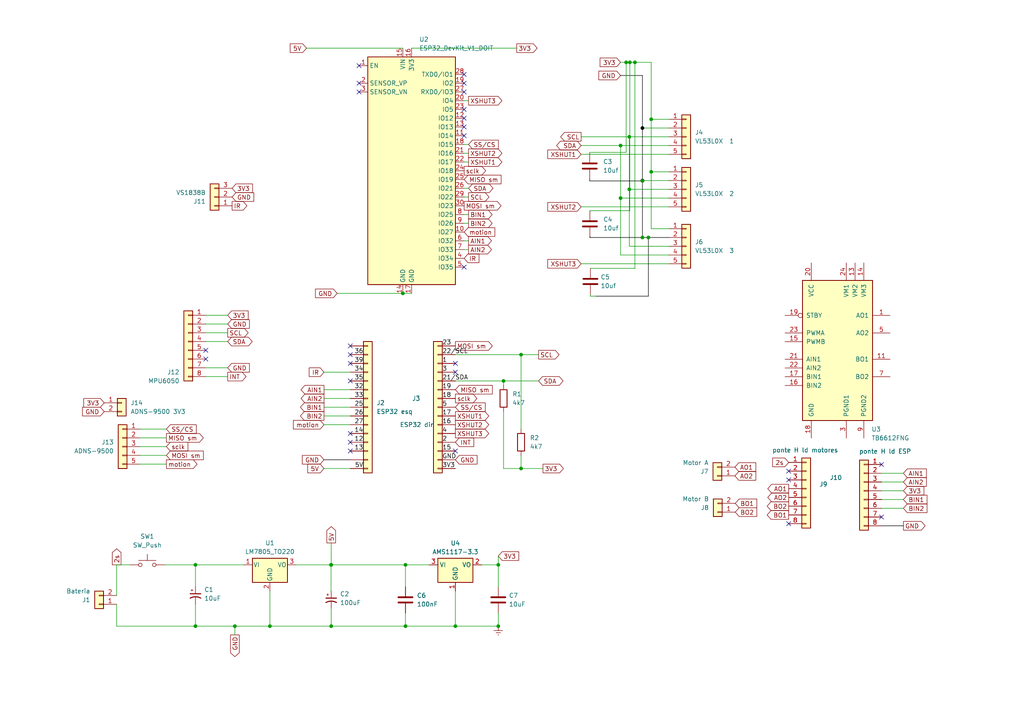
<source format=kicad_sch>
(kicad_sch (version 20230121) (generator eeschema)
  (paper "A4")
  (lib_symbols
    (symbol "Conn_01x03_1" (pin_names (offset 1.016) hide)
      (property "Reference" "J10" (at 2.54 1.27 0))
      (property "Value" "VS1838B" (at 2.54 -1.27 0))
      (symbol "Conn_01x03_1_1_1"
        (rectangle (start -1.27 0.127) (end 0 -0.127) (stroke (width 0.1524)))
        (rectangle (start -1.27 2.667) (end 0 2.413) (stroke (width 0.1524)))
        (rectangle (start -1.27 3.81) (end 1.27 -1.27) (stroke (width 0.254)) (fill (type background)))
        (pin passive line (at -5.08 2.54 0) (length 3.81) (name "Pin_1") (number "1"))
        (pin passive line (at -5.08 0 0) (length 3.81) (name "Pin_2") (number "2"))
      )
    )
    (symbol "Conn_01x15_1" (pin_numbers hide) (pin_names (offset 1.016) hide)
      (property "Reference" "J" (at 0 20.32 0))
      (property "Value" "Conn_01x15" (at 0 -20.32 0))
      (symbol "Conn_01x15_1_1_1"
        (rectangle (start -1.27 -17.653) (end 0 -17.907) (stroke (width 0.1524)))
        (rectangle (start -1.27 -15.113) (end 0 -15.367) (stroke (width 0.1524)))
        (rectangle (start -1.27 -12.573) (end 0 -12.827) (stroke (width 0.1524)))
        (rectangle (start -1.27 -10.033) (end 0 -10.287) (stroke (width 0.1524)))
        (rectangle (start -1.27 -7.493) (end 0 -7.747) (stroke (width 0.1524)))
        (rectangle (start -1.27 -4.953) (end 0 -5.207) (stroke (width 0.1524)))
        (rectangle (start -1.27 -2.413) (end 0 -2.667) (stroke (width 0.1524)))
        (rectangle (start -1.27 0.127) (end 0 -0.127) (stroke (width 0.1524)))
        (rectangle (start -1.27 2.667) (end 0 2.413) (stroke (width 0.1524)))
        (rectangle (start -1.27 5.207) (end 0 4.953) (stroke (width 0.1524)))
        (rectangle (start -1.27 7.747) (end 0 7.493) (stroke (width 0.1524)))
        (rectangle (start -1.27 10.287) (end 0 10.033) (stroke (width 0.1524)))
        (rectangle (start -1.27 12.827) (end 0 12.573) (stroke (width 0.1524)))
        (rectangle (start -1.27 15.367) (end 0 15.113) (stroke (width 0.1524)))
        (rectangle (start -1.27 17.907) (end 0 17.653) (stroke (width 0.1524)))
        (rectangle (start -1.27 19.05) (end 1.27 -19.05) (stroke (width 0.254)) (fill (type background)))
        (pin passive line (at -5.08 17.78 0) (length 3.81) (name "Pin_1") (number "1"))
        (pin passive line (at -5.08 -5.08 0) (length 3.81) (name "Pin_10") (number "10"))
        (pin passive line (at -5.08 -7.62 0) (length 3.81) (name "Pin_11") (number "11"))
        (pin passive line (at -5.08 -10.16 0) (length 3.81) (name "Pin_12") (number "12"))
        (pin passive line (at -5.08 -12.7 0) (length 3.81) (name "Pin_13") (number "13"))
        (pin passive line (at -5.08 -15.24 0) (length 3.81) (name "Pin_14") (number "14"))
        (pin passive line (at -5.08 -17.78 0) (length 3.81) (name "Pin_15") (number "15"))
        (pin passive line (at -5.08 15.24 0) (length 3.81) (name "Pin_2") (number "2"))
        (pin passive line (at -5.08 12.7 0) (length 3.81) (name "Pin_3") (number "3"))
        (pin passive line (at -5.08 10.16 0) (length 3.81) (name "Pin_4") (number "4"))
        (pin passive line (at -5.08 7.62 0) (length 3.81) (name "Pin_5") (number "5"))
        (pin passive line (at -5.08 5.08 0) (length 3.81) (name "Pin_6") (number "6"))
        (pin passive line (at -5.08 2.54 0) (length 3.81) (name "Pin_7") (number "7"))
        (pin passive line (at -5.08 0 0) (length 3.81) (name "Pin_8") (number "8"))
        (pin passive line (at -5.08 -2.54 0) (length 3.81) (name "Pin_9") (number "9"))
      )
    )
    (symbol "Conn_01x15_2" (pin_names (offset 1.016) hide)
      (property "Reference" "J13" (at 2.54 1.27 0))
      (property "Value" "ESP32 esq" (at 2.54 -1.27 0))
      (symbol "Conn_01x15_2_1_1"
        (rectangle (start -1.27 0.127) (end 0 -0.127) (stroke (width 0.1524)))
        (rectangle (start -1.27 2.667) (end 0 2.413) (stroke (width 0.1524)))
        (rectangle (start -1.27 5.207) (end 0 4.953) (stroke (width 0.1524)))
        (rectangle (start -1.27 7.747) (end 0 7.493) (stroke (width 0.1524)))
        (rectangle (start -1.27 10.287) (end 0 10.033) (stroke (width 0.1524)))
        (rectangle (start -1.27 12.827) (end 0 12.573) (stroke (width 0.1524)))
        (rectangle (start -1.27 15.367) (end 0 15.113) (stroke (width 0.1524)))
        (rectangle (start -1.27 17.907) (end 0 17.653) (stroke (width 0.1524)))
        (rectangle (start -1.27 19.05) (end 1.27 -1.27) (stroke (width 0.254)) (fill (type background)))
        (pin passive line (at -5.08 17.78 0) (length 3.81) (name "Pin_1") (number "1"))
        (pin passive line (at -5.08 15.24 0) (length 3.81) (name "Pin_2") (number "2"))
        (pin passive line (at -5.08 12.7 0) (length 3.81) (name "Pin_3") (number "3"))
        (pin passive line (at -5.08 10.16 0) (length 3.81) (name "Pin_4") (number "4"))
        (pin passive line (at -5.08 7.62 0) (length 3.81) (name "Pin_5") (number "5"))
        (pin passive line (at -5.08 5.08 0) (length 3.81) (name "Pin_6") (number "6"))
        (pin passive line (at -5.08 2.54 0) (length 3.81) (name "Pin_7") (number "7"))
        (pin passive line (at -5.08 0 0) (length 3.81) (name "Pin_8") (number "8"))
      )
    )
    (symbol "Connector_Generic:Conn_01x02" (pin_names (offset 1.016) hide)
      (property "Reference" "J" (at 0 2.54 0))
      (property "Value" "Conn_01x02" (at 0 -5.08 0))
      (symbol "Conn_01x02_1_1"
        (rectangle (start -1.27 -2.413) (end 0 -2.667) (stroke (width 0.1524)))
        (rectangle (start -1.27 0.127) (end 0 -0.127) (stroke (width 0.1524)))
        (rectangle (start -1.27 1.27) (end 1.27 -3.81) (stroke (width 0.254)) (fill (type background)))
        (pin passive line (at -5.08 0 0) (length 3.81) (name "Pin_1") (number "1"))
        (pin passive line (at -5.08 -2.54 0) (length 3.81) (name "Pin_2") (number "2"))
      )
    )
    (symbol "Connector_Generic:Conn_01x03" (pin_names (offset 1.016) hide)
      (property "Reference" "J" (at 0 5.08 0))
      (property "Value" "Conn_01x03" (at 0 -5.08 0))
      (symbol "Conn_01x03_1_1"
        (rectangle (start -1.27 -2.413) (end 0 -2.667) (stroke (width 0.1524)))
        (rectangle (start -1.27 0.127) (end 0 -0.127) (stroke (width 0.1524)))
        (rectangle (start -1.27 2.667) (end 0 2.413) (stroke (width 0.1524)))
        (rectangle (start -1.27 3.81) (end 1.27 -3.81) (stroke (width 0.254)) (fill (type background)))
        (pin passive line (at -5.08 2.54 0) (length 3.81) (name "Pin_1") (number "1"))
        (pin passive line (at -5.08 0 0) (length 3.81) (name "Pin_2") (number "2"))
        (pin passive line (at -5.08 -2.54 0) (length 3.81) (name "Pin_3") (number "3"))
      )
    )
    (symbol "Connector_Generic:Conn_01x05" (pin_names (offset 1.016) hide)
      (property "Reference" "J" (at 0 7.62 0))
      (property "Value" "Conn_01x05" (at 0 -7.62 0))
      (symbol "Conn_01x05_1_1"
        (rectangle (start -1.27 -4.953) (end 0 -5.207) (stroke (width 0.1524)))
        (rectangle (start -1.27 -2.413) (end 0 -2.667) (stroke (width 0.1524)))
        (rectangle (start -1.27 0.127) (end 0 -0.127) (stroke (width 0.1524)))
        (rectangle (start -1.27 2.667) (end 0 2.413) (stroke (width 0.1524)))
        (rectangle (start -1.27 5.207) (end 0 4.953) (stroke (width 0.1524)))
        (rectangle (start -1.27 6.35) (end 1.27 -6.35) (stroke (width 0.254)) (fill (type background)))
        (pin passive line (at -5.08 5.08 0) (length 3.81) (name "Pin_1") (number "1"))
        (pin passive line (at -5.08 2.54 0) (length 3.81) (name "Pin_2") (number "2"))
        (pin passive line (at -5.08 0 0) (length 3.81) (name "Pin_3") (number "3"))
        (pin passive line (at -5.08 -2.54 0) (length 3.81) (name "Pin_4") (number "4"))
        (pin passive line (at -5.08 -5.08 0) (length 3.81) (name "Pin_5") (number "5"))
      )
    )
    (symbol "Connector_Generic:Conn_01x07" (pin_names (offset 1.016) hide)
      (property "Reference" "J13" (at 2.54 1.27 0))
      (property "Value" "ADNS-9500" (at 2.54 -1.27 0))
      (symbol "Conn_01x07_1_1"
        (rectangle (start -1.27 -4.953) (end 0 -5.207) (stroke (width 0.1524)))
        (rectangle (start -1.27 -2.413) (end 0 -2.667) (stroke (width 0.1524)))
        (rectangle (start -1.27 0.127) (end 0 -0.127) (stroke (width 0.1524)))
        (rectangle (start -1.27 2.667) (end 0 2.413) (stroke (width 0.1524)))
        (rectangle (start -1.27 5.207) (end 0 4.953) (stroke (width 0.1524)))
        (rectangle (start -1.27 6.35) (end 1.27 -6.35) (stroke (width 0.254)) (fill (type background)))
        (pin passive line (at -5.08 5.08 0) (length 3.81) (name "Pin_1") (number "1"))
        (pin passive line (at -5.08 2.54 0) (length 3.81) (name "Pin_2") (number "2"))
        (pin passive line (at -5.08 0 0) (length 3.81) (name "Pin_3") (number "3"))
        (pin passive line (at -5.08 -2.54 0) (length 3.81) (name "Pin_4") (number "4"))
        (pin passive line (at -5.08 -5.08 0) (length 3.81) (name "Pin_5") (number "5"))
      )
    )
    (symbol "Connector_Generic:Conn_01x15" (pin_numbers hide) (pin_names (offset 1.016) hide)
      (property "Reference" "J" (at 0 20.32 0))
      (property "Value" "Conn_01x15" (at 0 -20.32 0))
      (symbol "Conn_01x15_1_1"
        (rectangle (start -1.27 -17.653) (end 0 -17.907) (stroke (width 0.1524)))
        (rectangle (start -1.27 -15.113) (end 0 -15.367) (stroke (width 0.1524)))
        (rectangle (start -1.27 -12.573) (end 0 -12.827) (stroke (width 0.1524)))
        (rectangle (start -1.27 -10.033) (end 0 -10.287) (stroke (width 0.1524)))
        (rectangle (start -1.27 -7.493) (end 0 -7.747) (stroke (width 0.1524)))
        (rectangle (start -1.27 -4.953) (end 0 -5.207) (stroke (width 0.1524)))
        (rectangle (start -1.27 -2.413) (end 0 -2.667) (stroke (width 0.1524)))
        (rectangle (start -1.27 0.127) (end 0 -0.127) (stroke (width 0.1524)))
        (rectangle (start -1.27 2.667) (end 0 2.413) (stroke (width 0.1524)))
        (rectangle (start -1.27 5.207) (end 0 4.953) (stroke (width 0.1524)))
        (rectangle (start -1.27 7.747) (end 0 7.493) (stroke (width 0.1524)))
        (rectangle (start -1.27 10.287) (end 0 10.033) (stroke (width 0.1524)))
        (rectangle (start -1.27 12.827) (end 0 12.573) (stroke (width 0.1524)))
        (rectangle (start -1.27 15.367) (end 0 15.113) (stroke (width 0.1524)))
        (rectangle (start -1.27 17.907) (end 0 17.653) (stroke (width 0.1524)))
        (rectangle (start -1.27 19.05) (end 1.27 -19.05) (stroke (width 0.254)) (fill (type background)))
        (pin passive line (at -5.08 17.78 0) (length 3.81) (name "Pin_1") (number "1"))
        (pin passive line (at -5.08 -5.08 0) (length 3.81) (name "Pin_10") (number "10"))
        (pin passive line (at -5.08 -7.62 0) (length 3.81) (name "Pin_11") (number "11"))
        (pin passive line (at -5.08 -10.16 0) (length 3.81) (name "Pin_12") (number "12"))
        (pin passive line (at -5.08 -12.7 0) (length 3.81) (name "Pin_13") (number "13"))
        (pin passive line (at -5.08 -15.24 0) (length 3.81) (name "Pin_14") (number "14"))
        (pin passive line (at -5.08 -17.78 0) (length 3.81) (name "Pin_15") (number "15"))
        (pin passive line (at -5.08 15.24 0) (length 3.81) (name "Pin_2") (number "2"))
        (pin passive line (at -5.08 12.7 0) (length 3.81) (name "Pin_3") (number "3"))
        (pin passive line (at -5.08 10.16 0) (length 3.81) (name "Pin_4") (number "4"))
        (pin passive line (at -5.08 7.62 0) (length 3.81) (name "Pin_5") (number "5"))
        (pin passive line (at -5.08 5.08 0) (length 3.81) (name "Pin_6") (number "6"))
        (pin passive line (at -5.08 2.54 0) (length 3.81) (name "Pin_7") (number "7"))
        (pin passive line (at -5.08 0 0) (length 3.81) (name "Pin_8") (number "8"))
        (pin passive line (at -5.08 -2.54 0) (length 3.81) (name "Pin_9") (number "9"))
      )
    )
    (symbol "Device:C" (pin_numbers hide) (pin_names (offset 0.254))
      (property "Reference" "C" (at 0.635 2.54 0))
      (property "Value" "C" (at 0.635 -2.54 0))
      (symbol "C_0_1"
        (polyline (pts (xy -2.032 -0.762) (xy 2.032 -0.762)) (stroke (width 0.508)))
        (polyline (pts (xy -2.032 0.762) (xy 2.032 0.762)) (stroke (width 0.508)))
      )
      (symbol "C_1_1"
        (pin passive line (at 0 3.81 270) (length 2.794) (name "~") (number "1"))
        (pin passive line (at 0 -3.81 90) (length 2.794) (name "~") (number "2"))
      )
    )
    (symbol "Device:C_Polarized_Small_US" (pin_numbers hide) (pin_names (offset 0.254) hide)
      (property "Reference" "C" (at 0.254 1.778 0))
      (property "Value" "C_Polarized_Small_US" (at 0.254 -2.032 0))
      (symbol "C_Polarized_Small_US_0_1"
        (polyline (pts (xy -1.524 0.508) (xy 1.524 0.508)) (stroke (width 0.3048)))
        (polyline (pts (xy -1.27 1.524) (xy -0.762 1.524)))
        (polyline (pts (xy -1.016 1.27) (xy -1.016 1.778)))
        (arc (start 1.524 -0.762) (mid 0 -0.3734) (end -1.524 -0.762) (stroke (width 0.3048)))
      )
      (symbol "C_Polarized_Small_US_1_1"
        (pin passive line (at 0 2.54 270) (length 2.032) (name "~") (number "1"))
        (pin passive line (at 0 -2.54 90) (length 2.032) (name "~") (number "2"))
      )
    )
    (symbol "Device:R" (pin_numbers hide) (pin_names (offset 0))
      (property "Reference" "R" (at 2.032 0 90))
      (property "Value" "R" (at 0 0 90))
      (symbol "R_0_1"
        (rectangle (start -1.016 -2.54) (end 1.016 2.54) (stroke (width 0.254)))
      )
      (symbol "R_1_1"
        (pin passive line (at 0 3.81 270) (length 1.27) (name "~") (number "1"))
        (pin passive line (at 0 -3.81 90) (length 1.27) (name "~") (number "2"))
      )
    )
    (symbol "Driver_Motor:TB6612FNG" (pin_names (offset 1.016))
      (property "Reference" "U" (at 11.43 17.78 0))
      (property "Value" "TB6612FNG" (at 11.43 15.24 0))
      (symbol "TB6612FNG_0_1"
        (rectangle (start -10.16 20.32) (end 10.16 -20.32) (stroke (width 0.254)) (fill (type background)))
      )
      (symbol "TB6612FNG_1_1"
        (pin output line (at 15.24 10.16 180) (length 5.08) (name "AO1") (number "1"))
        (pin passive line (at 7.62 -25.4 90) (length 5.08) hide (name "PGND2") (number "10"))
        (pin output line (at 15.24 -2.54 180) (length 5.08) (name "BO1") (number "11"))
        (pin passive line (at 15.24 -2.54 180) (length 5.08) hide (name "BO1") (number "12"))
        (pin power_in line (at 5.08 25.4 270) (length 5.08) (name "VM2") (number "13"))
        (pin power_in line (at 7.62 25.4 270) (length 5.08) (name "VM3") (number "14"))
        (pin input line (at -15.24 2.54 0) (length 5.08) (name "PWMB") (number "15"))
        (pin input line (at -15.24 -10.16 0) (length 5.08) (name "BIN2") (number "16"))
        (pin input line (at -15.24 -7.62 0) (length 5.08) (name "BIN1") (number "17"))
        (pin power_in line (at -7.62 -25.4 90) (length 5.08) (name "GND") (number "18"))
        (pin input inverted (at -15.24 10.16 0) (length 5.08) (name "STBY") (number "19"))
        (pin passive line (at 15.24 10.16 180) (length 5.08) hide (name "AO1") (number "2"))
        (pin power_in line (at -7.62 25.4 270) (length 5.08) (name "VCC") (number "20"))
        (pin input line (at -15.24 -2.54 0) (length 5.08) (name "AIN1") (number "21"))
        (pin input line (at -15.24 -5.08 0) (length 5.08) (name "AIN2") (number "22"))
        (pin input line (at -15.24 5.08 0) (length 5.08) (name "PWMA") (number "23"))
        (pin power_in line (at 2.54 25.4 270) (length 5.08) (name "VM1") (number "24"))
        (pin power_in line (at 2.54 -25.4 90) (length 5.08) (name "PGND1") (number "3"))
        (pin passive line (at 2.54 -25.4 90) (length 5.08) hide (name "PGND1") (number "4"))
        (pin output line (at 15.24 5.08 180) (length 5.08) (name "AO2") (number "5"))
        (pin passive line (at 15.24 5.08 180) (length 5.08) hide (name "AO2") (number "6"))
        (pin output line (at 15.24 -7.62 180) (length 5.08) (name "BO2") (number "7"))
        (pin passive line (at 15.24 -7.62 180) (length 5.08) hide (name "BO2") (number "8"))
        (pin power_in line (at 7.62 -25.4 90) (length 5.08) (name "PGND2") (number "9"))
      )
    )
    (symbol "Regulator_Linear:AMS1117-3.3"
      (property "Reference" "U" (at -3.81 3.175 0))
      (property "Value" "AMS1117-3.3" (at 0 3.175 0))
      (symbol "AMS1117-3.3_0_1"
        (rectangle (start -5.08 -5.08) (end 5.08 1.905) (stroke (width 0.254)) (fill (type background)))
      )
      (symbol "AMS1117-3.3_1_1"
        (pin power_in line (at 0 -7.62 90) (length 2.54) (name "GND") (number "1"))
        (pin power_out line (at 7.62 0 180) (length 2.54) (name "VO") (number "2"))
        (pin power_in line (at -7.62 0 0) (length 2.54) (name "VI") (number "3"))
      )
    )
    (symbol "Regulator_Linear:LM7805_TO220" (pin_names (offset 0.254))
      (property "Reference" "U" (at -3.81 3.175 0))
      (property "Value" "LM7805_TO220" (at 0 3.175 0))
      (symbol "LM7805_TO220_0_1"
        (rectangle (start -5.08 1.905) (end 5.08 -5.08) (stroke (width 0.254)) (fill (type background)))
      )
      (symbol "LM7805_TO220_1_1"
        (pin power_in line (at -7.62 0 0) (length 2.54) (name "VI") (number "1"))
        (pin power_in line (at 0 -7.62 90) (length 2.54) (name "GND") (number "2"))
        (pin power_out line (at 7.62 0 180) (length 2.54) (name "VO") (number "3"))
      )
    )
    (symbol "Switch:SW_Push" (pin_numbers hide) (pin_names (offset 1.016) hide)
      (property "Reference" "SW" (at 1.27 2.54 0))
      (property "Value" "SW_Push" (at 0 -1.524 0))
      (symbol "SW_Push_0_1"
        (circle (center -2.032 0) (radius 0.508))
        (polyline (pts (xy 0 1.27) (xy 0 3.048)))
        (polyline (pts (xy 2.54 1.27) (xy -2.54 1.27)))
        (circle (center 2.032 0) (radius 0.508))
        (pin passive line (at -5.08 0 0) (length 2.54) (name "1") (number "1"))
        (pin passive line (at 5.08 0 180) (length 2.54) (name "2") (number "2"))
      )
    )
    (symbol "esp32_devkit_v1_doit:ESP32_DevKit_V1_DOIT"
      (property "Reference" "U2" (at 2.1941 38.1 0))
      (property "Value" "ESP32_DevKit_V1_DOIT" (at 2.1941 35.56 0))
      (symbol "ESP32_DevKit_V1_DOIT_1_1"
        (rectangle (start -12.7 33.02) (end 12.7 -33.02) (stroke (width 0.254)) (fill (type background)))
        (pin input line (at -15.24 30.48 0) (length 2.54) (name "EN") (number "1"))
        (pin bidirectional line (at 15.24 -17.78 180) (length 2.54) (name "IO27") (number "10"))
        (pin bidirectional line (at 15.24 10.16 180) (length 2.54) (name "IO14") (number "11"))
        (pin bidirectional line (at 15.24 15.24 180) (length 2.54) (name "IO12") (number "12"))
        (pin bidirectional line (at 15.24 12.7 180) (length 2.54) (name "IO13") (number "13"))
        (pin power_in line (at -2.54 -35.56 90) (length 2.54) (name "GND") (number "14"))
        (pin power_in line (at -2.54 35.56 270) (length 2.54) (name "VIN") (number "15"))
        (pin power_in line (at 0 35.56 270) (length 2.54) (name "3V3") (number "16"))
        (pin power_in line (at 0 -35.56 90) (length 2.54) (name "GND") (number "17"))
        (pin bidirectional line (at 15.24 7.62 180) (length 2.54) (name "IO15") (number "18"))
        (pin bidirectional line (at 15.24 25.4 180) (length 2.54) (name "IO2") (number "19"))
        (pin input line (at -15.24 25.4 0) (length 2.54) (name "SENSOR_VP") (number "2"))
        (pin bidirectional line (at 15.24 20.32 180) (length 2.54) (name "IO4") (number "20"))
        (pin bidirectional line (at 15.24 5.08 180) (length 2.54) (name "IO16") (number "21"))
        (pin bidirectional line (at 15.24 2.54 180) (length 2.54) (name "IO17") (number "22"))
        (pin bidirectional line (at 15.24 17.78 180) (length 2.54) (name "IO5") (number "23"))
        (pin bidirectional line (at 15.24 0 180) (length 2.54) (name "IO18") (number "24"))
        (pin bidirectional line (at 15.24 -2.54 180) (length 2.54) (name "IO19") (number "25"))
        (pin bidirectional line (at 15.24 -5.08 180) (length 2.54) (name "IO21") (number "26"))
        (pin bidirectional line (at 15.24 22.86 180) (length 2.54) (name "RXD0/IO3") (number "27"))
        (pin bidirectional line (at 15.24 27.94 180) (length 2.54) (name "TXD0/IO1") (number "28"))
        (pin bidirectional line (at 15.24 -7.62 180) (length 2.54) (name "IO22") (number "29"))
        (pin input line (at -15.24 22.86 0) (length 2.54) (name "SENSOR_VN") (number "3"))
        (pin bidirectional line (at 15.24 -10.16 180) (length 2.54) (name "IO23") (number "30"))
        (pin input line (at 15.24 -25.4 180) (length 2.54) (name "IO34") (number "4"))
        (pin input line (at 15.24 -27.94 180) (length 2.54) (name "IO35") (number "5"))
        (pin bidirectional line (at 15.24 -20.32 180) (length 2.54) (name "IO32") (number "6"))
        (pin bidirectional line (at 15.24 -22.86 180) (length 2.54) (name "IO33") (number "7"))
        (pin bidirectional line (at 15.24 -12.7 180) (length 2.54) (name "IO25") (number "8"))
        (pin bidirectional line (at 15.24 -15.24 180) (length 2.54) (name "IO26") (number "9"))
      )
    )
    (symbol "power:GNDREF" (power) (pin_names (offset 0))
      (property "Value" "GNDREF" (at 0 -3.81 0))
      (symbol "GNDREF_0_1"
        (polyline (pts (xy -0.635 -1.905) (xy 0.635 -1.905)))
        (polyline (pts (xy -0.127 -2.54) (xy 0.127 -2.54)))
        (polyline (pts (xy 0 -1.27) (xy 0 0)))
        (polyline (pts (xy 1.27 -1.27) (xy -1.27 -1.27)))
      )
      (symbol "GNDREF_1_1"
        (pin power_in line (at 0 0 270) (length 0) hide (name "GNDREF") (number "1"))
      )
    )
  )
  (junction (at 132.08 181.61))
  (junction (at 96.012 163.83))
  (junction (at 188.0616 68.8848))
  (junction (at 56.6928 163.83))
  (junction (at 186.3344 37.1348) (color 0 0 0 1))
  (junction (at 186.3344 52.3748) (color 0 0 0 1))
  (junction (at 184.15 18.0848))
  (junction (at 78.2828 181.61))
  (junction (at 151.13 135.89))
  (junction (at 56.6928 181.61))
  (junction (at 96.0628 163.83))
  (junction (at 144.526 163.83))
  (junction (at 182.5244 54.9148))
  (junction (at 179.9844 42.2148))
  (junction (at 117.602 181.61))
  (junction (at 151.13 102.87))
  (junction (at 186.3344 68.8848))
  (junction (at 146.05 110.49))
  (junction (at 116.84 85.09))
  (junction (at 68.1228 181.61))
  (junction (at 182.6768 18.0848))
  (junction (at 96.0628 181.61))
  (junction (at 144.526 181.61))
  (junction (at 186.3344 52.4764))
  (junction (at 181.61 18.0848))
  (junction (at 188.8744 34.5948))
  (junction (at 179.9844 57.4548))
  (junction (at 182.5244 39.6748))
  (junction (at 188.8744 49.8348))
  (junction (at 117.602 163.83))
  (no_connect (at 255.6764 149.9616))
  (no_connect (at 132.08 107.95))
  (no_connect (at 228.7524 139.192))
  (no_connect (at 101.6 130.81))
  (no_connect (at 134.62 36.83))
  (no_connect (at 134.62 77.47))
  (no_connect (at 134.62 31.75))
  (no_connect (at 134.62 39.37))
  (no_connect (at 255.6764 134.7216))
  (no_connect (at 101.6 105.41))
  (no_connect (at 134.62 21.59))
  (no_connect (at 104.14 24.13))
  (no_connect (at 132.08 130.81))
  (no_connect (at 104.14 26.67))
  (no_connect (at 228.7524 136.652))
  (no_connect (at 101.6 128.27))
  (no_connect (at 101.6 100.33))
  (no_connect (at 228.7524 151.892))
  (no_connect (at 59.69 101.6))
  (no_connect (at 134.62 24.13))
  (no_connect (at 101.6 110.49))
  (no_connect (at 132.08 105.41))
  (no_connect (at 101.6 125.73))
  (no_connect (at 101.6 102.87))
  (no_connect (at 59.69 104.14))
  (no_connect (at 134.62 34.29))
  (no_connect (at 134.62 26.67))
  (no_connect (at 104.14 19.05))
  (wire (pts (xy 182.5244 54.9148) (xy 182.5244 71.4248)))
  (wire (pts (xy 93.98 135.89) (xy 101.6 135.89)))
  (wire (pts (xy 182.5244 71.4248) (xy 193.9544 71.4248)))
  (wire (pts (xy 134.62 69.85) (xy 135.89 69.85)))
  (wire (pts (xy 96.0628 181.61) (xy 117.602 181.61)))
  (wire (pts (xy 179.9844 57.4548) (xy 193.9544 57.4548)))
  (wire (pts (xy 188.0616 68.8848) (xy 193.9544 68.8848)) (stroke (width 0) (color 0 0 0 1)))
  (wire (pts (xy 134.62 44.45) (xy 135.89 44.45)))
  (wire (pts (xy 93.98 113.03) (xy 101.6 113.03)))
  (wire (pts (xy 186.3344 52.4764) (xy 171.0436 52.4764)) (stroke (width 0) (color 0 0 0 1)))
  (wire (pts (xy 116.84 85.09) (xy 119.38 85.09)))
  (wire (pts (xy 168.5544 42.2148) (xy 179.9844 42.2148)))
  (wire (pts (xy 188.0616 68.8848) (xy 188.0616 85.9028)) (stroke (width 0) (color 0 0 0 1)))
  (wire (pts (xy 184.15 18.0848) (xy 188.8744 18.0848)))
  (wire (pts (xy 186.3344 52.4764) (xy 186.3344 68.8848)) (stroke (width 0) (color 0 0 0 1)))
  (wire (pts (xy 68.1228 181.61) (xy 78.2828 181.61)))
  (wire (pts (xy 179.9844 42.2148) (xy 179.9844 57.4548)))
  (wire (pts (xy 182.6768 18.0848) (xy 184.15 18.0848)))
  (wire (pts (xy 151.13 132.08) (xy 151.13 135.89)))
  (wire (pts (xy 139.7 163.83) (xy 144.526 163.83)))
  (wire (pts (xy 146.05 110.49) (xy 156.21 110.49)))
  (wire (pts (xy 186.3344 52.3748) (xy 193.9544 52.3748)))
  (wire (pts (xy 179.9844 42.2148) (xy 193.9544 42.2148)))
  (wire (pts (xy 33.8328 181.61) (xy 56.6928 181.61)))
  (wire (pts (xy 93.98 107.95) (xy 101.6 107.95)))
  (wire (pts (xy 132.08 171.45) (xy 132.08 181.61)))
  (wire (pts (xy 78.2828 181.61) (xy 96.0628 181.61)))
  (wire (pts (xy 188.8744 49.8348) (xy 188.8744 66.3448)))
  (wire (pts (xy 96.012 163.83) (xy 96.012 171.45)))
  (wire (pts (xy 59.69 93.98) (xy 66.04 93.98)))
  (wire (pts (xy 56.6928 175.26) (xy 56.6928 181.61)))
  (wire (pts (xy 97.79 85.09) (xy 116.84 85.09)))
  (wire (pts (xy 171.0944 68.7832) (xy 171.0944 68.7324)) (stroke (width 0) (color 0 0 0 1)))
  (wire (pts (xy 179.9844 57.4548) (xy 179.9844 73.9648)))
  (wire (pts (xy 182.6768 18.0848) (xy 182.6768 61.1124)))
  (wire (pts (xy 188.0616 85.9028) (xy 172.72 85.9028)) (stroke (width 0) (color 0 0 0 1)))
  (wire (pts (xy 40.64 124.46) (xy 48.26 124.46)))
  (wire (pts (xy 134.62 64.77) (xy 135.89 64.77)))
  (wire (pts (xy 33.8328 163.83) (xy 33.8328 172.72)))
  (wire (pts (xy 88.9 13.97) (xy 116.84 13.97)))
  (wire (pts (xy 59.69 99.06) (xy 66.04 99.06)))
  (wire (pts (xy 255.6764 152.5016) (xy 262.0264 152.5016)) (stroke (width 0) (color 0 0 0 1)))
  (wire (pts (xy 132.08 102.87) (xy 151.13 102.87)))
  (wire (pts (xy 186.3344 21.8948) (xy 186.3344 37.1348)) (stroke (width 0) (color 0 0 0 1)))
  (wire (pts (xy 182.5244 39.6748) (xy 193.9544 39.6748)))
  (wire (pts (xy 117.602 163.83) (xy 124.46 163.83)))
  (wire (pts (xy 171.1452 68.7832) (xy 171.1452 68.8848)) (stroke (width 0) (color 0 0 0 1)))
  (wire (pts (xy 117.602 181.61) (xy 117.602 177.8)))
  (wire (pts (xy 171.2468 85.9028) (xy 172.72 85.9028)))
  (wire (pts (xy 56.6928 163.83) (xy 70.6628 163.83)))
  (wire (pts (xy 186.3344 37.1348) (xy 186.3344 52.3748)) (stroke (width 0) (color 0 0 0 1)))
  (wire (pts (xy 146.05 135.89) (xy 151.13 135.89)))
  (wire (pts (xy 144.526 161.29) (xy 144.526 163.83)))
  (wire (pts (xy 134.62 72.39) (xy 135.89 72.39)))
  (wire (pts (xy 186.3344 52.4764) (xy 186.3344 52.3748)) (stroke (width 0) (color 0 0 0 1)))
  (wire (pts (xy 146.05 119.38) (xy 146.05 135.89)))
  (wire (pts (xy 188.8744 34.5948) (xy 193.9544 34.5948)))
  (wire (pts (xy 184.15 18.0848) (xy 184.15 77.8764)))
  (wire (pts (xy 186.3344 37.1348) (xy 193.9544 37.1348)))
  (wire (pts (xy 134.62 62.23) (xy 135.89 62.23)))
  (wire (pts (xy 119.38 13.97) (xy 149.86 13.97)))
  (wire (pts (xy 184.0992 77.8764) (xy 184.0992 77.8256)))
  (wire (pts (xy 33.8328 163.83) (xy 37.6428 163.83)))
  (wire (pts (xy 255.6764 137.2616) (xy 262.0264 137.2616)))
  (wire (pts (xy 134.62 54.61) (xy 135.89 54.61)))
  (wire (pts (xy 40.64 129.54) (xy 48.26 129.54)))
  (wire (pts (xy 168.5544 76.5048) (xy 193.9544 76.5048)))
  (wire (pts (xy 93.98 118.11) (xy 101.6 118.11)))
  (wire (pts (xy 151.13 102.87) (xy 151.13 124.46)))
  (wire (pts (xy 255.6764 139.8016) (xy 262.0264 139.8016)))
  (wire (pts (xy 184.0992 77.8256) (xy 171.2468 77.8256)))
  (wire (pts (xy 40.64 134.62) (xy 48.26 134.62)))
  (wire (pts (xy 40.64 132.08) (xy 48.26 132.08)))
  (wire (pts (xy 96.012 171.45) (xy 96.0628 171.45)))
  (wire (pts (xy 134.62 57.15) (xy 135.89 57.15)))
  (wire (pts (xy 182.5244 54.9148) (xy 193.9544 54.9148)))
  (wire (pts (xy 96.0628 176.53) (xy 96.0628 181.61)))
  (wire (pts (xy 78.2828 181.61) (xy 78.2828 171.45)))
  (wire (pts (xy 188.8744 49.8348) (xy 193.9544 49.8348)))
  (wire (pts (xy 144.526 163.83) (xy 144.526 170.18)))
  (wire (pts (xy 93.98 120.65) (xy 101.6 120.65)))
  (wire (pts (xy 144.526 177.8) (xy 144.526 181.61)))
  (wire (pts (xy 186.3344 68.8848) (xy 171.1452 68.8848)) (stroke (width 0) (color 0 0 0 1)))
  (wire (pts (xy 184.0992 77.8764) (xy 184.15 77.8764)))
  (wire (pts (xy 179.9844 18.0848) (xy 181.61 18.0848)))
  (wire (pts (xy 181.61 18.0848) (xy 181.61 44.196)))
  (wire (pts (xy 93.98 123.19) (xy 101.6 123.19)))
  (wire (pts (xy 59.69 91.44) (xy 66.04 91.44)))
  (wire (pts (xy 66.04 109.22) (xy 59.69 109.22)))
  (wire (pts (xy 117.602 181.61) (xy 132.08 181.61)))
  (wire (pts (xy 179.9844 21.8948) (xy 186.3344 21.8948)) (stroke (width 0) (color 0 0 0 1)))
  (wire (pts (xy 33.8328 175.26) (xy 33.8328 181.61)))
  (wire (pts (xy 168.5544 39.6748) (xy 182.5244 39.6748)))
  (wire (pts (xy 56.6928 181.61) (xy 68.1228 181.61)))
  (wire (pts (xy 93.98 115.57) (xy 101.6 115.57)))
  (wire (pts (xy 171.0436 44.196) (xy 171.0436 44.3484)))
  (wire (pts (xy 96.0628 163.83) (xy 117.602 163.83)))
  (wire (pts (xy 255.6764 147.4216) (xy 262.0264 147.4216)))
  (wire (pts (xy 134.62 41.91) (xy 135.89 41.91)))
  (wire (pts (xy 151.13 135.89) (xy 157.48 135.89)))
  (wire (pts (xy 181.61 44.196) (xy 171.0436 44.196)))
  (wire (pts (xy 117.602 163.83) (xy 117.602 170.18)))
  (wire (pts (xy 188.8744 18.0848) (xy 188.8744 34.5948)))
  (wire (pts (xy 188.8744 34.5948) (xy 188.8744 49.8348)))
  (wire (pts (xy 59.69 106.68) (xy 66.04 106.68)))
  (wire (pts (xy 168.5544 44.7548) (xy 193.9544 44.7548)))
  (wire (pts (xy 40.64 127) (xy 48.26 127)))
  (wire (pts (xy 168.5544 59.9948) (xy 193.9544 59.9948)))
  (wire (pts (xy 93.98 133.35) (xy 101.6 133.35)) (stroke (width 0) (color 0 0 0 1)))
  (wire (pts (xy 188.8744 66.3448) (xy 193.9544 66.3448)))
  (wire (pts (xy 255.6764 144.8816) (xy 262.0264 144.8816)))
  (wire (pts (xy 47.8028 163.83) (xy 56.6928 163.83)))
  (wire (pts (xy 151.13 102.87) (xy 156.21 102.87)))
  (wire (pts (xy 186.3344 68.8848) (xy 188.0616 68.8848)) (stroke (width 0) (color 0 0 0 1)))
  (wire (pts (xy 59.69 96.52) (xy 66.04 96.52)))
  (wire (pts (xy 171.0944 61.1124) (xy 182.6768 61.1124)))
  (wire (pts (xy 56.6928 163.83) (xy 56.6928 170.18)))
  (wire (pts (xy 146.05 110.49) (xy 146.05 111.76)))
  (wire (pts (xy 134.62 46.99) (xy 135.89 46.99)))
  (wire (pts (xy 171.1452 68.7832) (xy 171.0944 68.7832)) (stroke (width 0) (color 0 0 0 1)))
  (wire (pts (xy 181.61 18.0848) (xy 182.6768 18.0848)))
  (wire (pts (xy 96.0628 157.48) (xy 96.0628 163.83)))
  (wire (pts (xy 132.08 110.49) (xy 146.05 110.49)))
  (wire (pts (xy 171.0436 51.9684) (xy 171.0436 52.4764)) (stroke (width 0) (color 0 0 0 1)))
  (wire (pts (xy 85.9028 163.83) (xy 96.012 163.83)))
  (wire (pts (xy 171.2468 85.4456) (xy 171.2468 85.9028)))
  (wire (pts (xy 179.9844 73.9648) (xy 193.9544 73.9648)))
  (wire (pts (xy 96.012 163.83) (xy 96.0628 163.83)))
  (wire (pts (xy 132.08 181.61) (xy 144.526 181.61)))
  (wire (pts (xy 68.1228 181.61) (xy 68.1228 184.15)))
  (wire (pts (xy 135.89 29.21) (xy 134.62 29.21)))
  (wire (pts (xy 262.0264 142.3416) (xy 255.6764 142.3416)))
  (wire (pts (xy 182.5244 39.6748) (xy 182.5244 54.9148)))
  (label "14" (at 105.41 125.73 180))
  (label "39" (at 105.41 105.41 180))
  (label "1" (at 128.27 105.41 0))
  (label "21{slash}SDA" (at 128.27 110.49 0))
  (label "4" (at 128.27 125.73 0))
  (label "17" (at 128.27 120.65 0))
  (label "GND" (at 128.27 133.35 0))
  (label "23" (at 128.27 100.33 0))
  (label "19" (at 128.27 113.03 0))
  (label "5" (at 128.27 118.11 0))
  (label "27" (at 105.41 123.19 180))
  (label "34" (at 105.41 107.95 180))
  (label "3" (at 128.27 107.95 0))
  (label "2" (at 128.27 128.27 0))
  (label "33" (at 105.41 115.57 180))
  (label "36" (at 105.41 102.87 180))
  (label "26" (at 105.41 120.65 180))
  (label "25" (at 105.41 118.11 180))
  (label "15" (at 128.27 130.81 0))
  (label "18" (at 128.27 115.57 0))
  (label "16" (at 128.27 123.19 0))
  (label "32" (at 105.41 113.03 180))
  (label "35" (at 105.41 110.49 180))
  (label "3V3" (at 128.27 135.89 0))
  (label "5V" (at 105.41 135.89 180))
  (label "22{slash}SCL" (at 128.27 102.87 0))
  (label "12" (at 105.41 128.27 180))
  (label "13" (at 105.41 130.81 180))
  (global_label "AIN1" (shape input) (at 262.0264 137.2616 0) (property "Intersheetrefs" "${INTERSHEET_REFS}" (effects hide)))
  (global_label "3V3" (shape input) (at 144.526 161.29 0) (property "Intersheetrefs" "${INTERSHEET_REFS}" (effects hide)))
  (global_label "XSHUT1" (shape output) (at 132.08 120.65 0) (property "Intersheetrefs" "${INTERSHEET_REFS}" (effects hide)))
  (global_label "3V3" (shape input) (at 66.04 91.44 0) (property "Intersheetrefs" "${INTERSHEET_REFS}" (effects hide)))
  (global_label "2s" (shape input) (at 228.7524 134.112 180) (property "Intersheetrefs" "${INTERSHEET_REFS}" (effects hide)))
  (global_label "5V" (shape output) (at 96.0628 157.48 90) (property "Intersheetrefs" "${INTERSHEET_REFS}" (effects hide)))
  (global_label "XSHUT1" (shape output) (at 135.89 46.99 0) (property "Intersheetrefs" "${INTERSHEET_REFS}" (effects hide)))
  (global_label "AIN1" (shape output) (at 93.98 113.03 180) (property "Intersheetrefs" "${INTERSHEET_REFS}" (effects hide)))
  (global_label "XSHUT3" (shape output) (at 132.08 125.73 0) (property "Intersheetrefs" "${INTERSHEET_REFS}" (effects hide)))
  (global_label "GND" (shape input) (at 179.9844 21.8948 180) (property "Intersheetrefs" "${INTERSHEET_REFS}" (effects hide)))
  (global_label "XSHUT3" (shape output) (at 135.89 29.21 0) (property "Intersheetrefs" "${INTERSHEET_REFS}" (effects hide)))
  (global_label "GND" (shape input) (at 30.226 119.38 180) (property "Intersheetrefs" "${INTERSHEET_REFS}" (effects hide)))
  (global_label "AIN2" (shape input) (at 262.0264 139.8016 0) (property "Intersheetrefs" "${INTERSHEET_REFS}" (effects hide)))
  (global_label "BIN2" (shape input) (at 262.0264 147.4216 0) (property "Intersheetrefs" "${INTERSHEET_REFS}" (effects hide)))
  (global_label "3V3" (shape output) (at 149.86 13.97 0) (property "Intersheetrefs" "${INTERSHEET_REFS}" (effects hide)))
  (global_label "MOSI sm" (shape output) (at 134.62 59.69 0) (property "Intersheetrefs" "${INTERSHEET_REFS}" (effects hide)))
  (global_label "MOSI sm" (shape output) (at 132.08 100.33 0) (property "Intersheetrefs" "${INTERSHEET_REFS}" (effects hide)))
  (global_label "SCL" (shape output) (at 156.21 102.87 0) (property "Intersheetrefs" "${INTERSHEET_REFS}" (effects hide)))
  (global_label "INT" (shape input) (at 132.08 128.27 0) (property "Intersheetrefs" "${INTERSHEET_REFS}" (effects hide)))
  (global_label "GND" (shape input) (at 97.79 85.09 180) (property "Intersheetrefs" "${INTERSHEET_REFS}" (effects hide)))
  (global_label "BO1" (shape output) (at 228.7524 149.352 180) (property "Intersheetrefs" "${INTERSHEET_REFS}" (effects hide)))
  (global_label "AIN1" (shape output) (at 135.89 69.85 0) (property "Intersheetrefs" "${INTERSHEET_REFS}" (effects hide)))
  (global_label "5V" (shape input) (at 93.98 135.89 180) (property "Intersheetrefs" "${INTERSHEET_REFS}" (effects hide)))
  (global_label "MISO sm" (shape input) (at 132.08 113.03 0) (property "Intersheetrefs" "${INTERSHEET_REFS}" (effects hide)))
  (global_label "GND" (shape input) (at 132.08 133.35 0) (property "Intersheetrefs" "${INTERSHEET_REFS}" (effects hide)))
  (global_label "2s" (shape output) (at 33.8328 163.83 90) (property "Intersheetrefs" "${INTERSHEET_REFS}" (effects hide)))
  (global_label "5V" (shape input) (at 88.9 13.97 180) (property "Intersheetrefs" "${INTERSHEET_REFS}" (effects hide)))
  (global_label "3V3" (shape input) (at 179.9844 18.0848 180) (property "Intersheetrefs" "${INTERSHEET_REFS}" (effects hide)))
  (global_label "3V3" (shape output) (at 157.48 135.89 0) (property "Intersheetrefs" "${INTERSHEET_REFS}" (effects hide)))
  (global_label "BO1" (shape input) (at 213.2584 145.9992 0) (property "Intersheetrefs" "${INTERSHEET_REFS}" (effects hide)))
  (global_label "SCL" (shape output) (at 135.89 57.15 0) (property "Intersheetrefs" "${INTERSHEET_REFS}" (effects hide)))
  (global_label "XSHUT1" (shape input) (at 168.5544 44.7548 180) (property "Intersheetrefs" "${INTERSHEET_REFS}" (effects hide)))
  (global_label "IR" (shape input) (at 134.62 74.93 0) (property "Intersheetrefs" "${INTERSHEET_REFS}" (effects hide)))
  (global_label "AIN2" (shape output) (at 93.98 115.57 180) (property "Intersheetrefs" "${INTERSHEET_REFS}" (effects hide)))
  (global_label "BO2" (shape output) (at 228.7524 146.812 180) (property "Intersheetrefs" "${INTERSHEET_REFS}" (effects hide)))
  (global_label "GND" (shape output) (at 68.1228 184.15 270) (property "Intersheetrefs" "${INTERSHEET_REFS}" (effects hide)))
  (global_label "GND" (shape output) (at 262.0264 152.5016 0) (property "Intersheetrefs" "${INTERSHEET_REFS}" (effects hide)))
  (global_label "MISO sm" (shape output) (at 48.26 127 0) (property "Intersheetrefs" "${INTERSHEET_REFS}" (effects hide)))
  (global_label "BIN2" (shape output) (at 135.89 64.77 0) (property "Intersheetrefs" "${INTERSHEET_REFS}" (effects hide)))
  (global_label "AIN2" (shape output) (at 135.89 72.39 0) (property "Intersheetrefs" "${INTERSHEET_REFS}" (effects hide)))
  (global_label "SS{slash}CS" (shape input) (at 48.26 124.46 0) (property "Intersheetrefs" "${INTERSHEET_REFS}" (effects hide)))
  (global_label "SS{slash}CS" (shape input) (at 135.89 41.91 0) (property "Intersheetrefs" "${INTERSHEET_REFS}" (effects hide)))
  (global_label "INT" (shape output) (at 66.04 109.22 0) (property "Intersheetrefs" "${INTERSHEET_REFS}" (effects hide)))
  (global_label "XSHUT2" (shape output) (at 135.89 44.45 0) (property "Intersheetrefs" "${INTERSHEET_REFS}" (effects hide)))
  (global_label "GND" (shape input) (at 66.04 93.98 0) (property "Intersheetrefs" "${INTERSHEET_REFS}" (effects hide)))
  (global_label "AO1" (shape input) (at 213.1568 135.4836 0) (property "Intersheetrefs" "${INTERSHEET_REFS}" (effects hide)))
  (global_label "sclk" (shape input) (at 48.26 129.54 0) (property "Intersheetrefs" "${INTERSHEET_REFS}" (effects hide)))
  (global_label "AO1" (shape output) (at 228.7524 141.732 180) (property "Intersheetrefs" "${INTERSHEET_REFS}" (effects hide)))
  (global_label "XSHUT3" (shape input) (at 168.5544 76.5048 180) (property "Intersheetrefs" "${INTERSHEET_REFS}" (effects hide)))
  (global_label "sclk" (shape output) (at 132.08 115.57 0) (property "Intersheetrefs" "${INTERSHEET_REFS}" (effects hide)))
  (global_label "BIN1" (shape input) (at 262.0264 144.8816 0) (property "Intersheetrefs" "${INTERSHEET_REFS}" (effects hide)))
  (global_label "motion" (shape input) (at 134.62 67.31 0) (property "Intersheetrefs" "${INTERSHEET_REFS}" (effects hide)))
  (global_label "GND" (shape input) (at 66.04 106.68 0) (property "Intersheetrefs" "${INTERSHEET_REFS}" (effects hide)))
  (global_label "IR" (shape output) (at 67.31 59.69 0) (property "Intersheetrefs" "${INTERSHEET_REFS}" (effects hide)))
  (global_label "SDA" (shape bidirectional) (at 66.04 99.06 0) (property "Intersheetrefs" "${INTERSHEET_REFS}" (effects hide)))
  (global_label "SCL" (shape output) (at 66.04 96.52 0) (property "Intersheetrefs" "${INTERSHEET_REFS}" (effects hide)))
  (global_label "BIN1" (shape output) (at 93.98 118.11 180) (property "Intersheetrefs" "${INTERSHEET_REFS}" (effects hide)))
  (global_label "SDA" (shape bidirectional) (at 156.21 110.49 0) (property "Intersheetrefs" "${INTERSHEET_REFS}" (effects hide)))
  (global_label "motion" (shape output) (at 48.26 134.62 0) (property "Intersheetrefs" "${INTERSHEET_REFS}" (effects hide)))
  (global_label "AO2" (shape input) (at 213.1568 138.0236 0) (property "Intersheetrefs" "${INTERSHEET_REFS}" (effects hide)))
  (global_label "BO2" (shape input) (at 213.2584 148.5392 0) (property "Intersheetrefs" "${INTERSHEET_REFS}" (effects hide)))
  (global_label "3V3" (shape input) (at 30.226 116.84 180) (property "Intersheetrefs" "${INTERSHEET_REFS}" (effects hide)))
  (global_label "BIN2" (shape output) (at 93.98 120.65 180) (property "Intersheetrefs" "${INTERSHEET_REFS}" (effects hide)))
  (global_label "SDA" (shape bidirectional) (at 168.5544 42.2148 180) (property "Intersheetrefs" "${INTERSHEET_REFS}" (effects hide)))
  (global_label "AO2" (shape output) (at 228.7524 144.272 180) (property "Intersheetrefs" "${INTERSHEET_REFS}" (effects hide)))
  (global_label "sclk" (shape output) (at 134.62 49.53 0) (property "Intersheetrefs" "${INTERSHEET_REFS}" (effects hide)))
  (global_label "3V3" (shape input) (at 67.31 54.61 0) (property "Intersheetrefs" "${INTERSHEET_REFS}" (effects hide)))
  (global_label "IR" (shape input) (at 93.98 107.95 180) (property "Intersheetrefs" "${INTERSHEET_REFS}" (effects hide)))
  (global_label "MISO sm" (shape input) (at 134.62 52.07 0) (property "Intersheetrefs" "${INTERSHEET_REFS}" (effects hide)))
  (global_label "XSHUT2" (shape input) (at 168.5544 59.9948 180) (property "Intersheetrefs" "${INTERSHEET_REFS}" (effects hide)))
  (global_label "GND" (shape input) (at 67.31 57.15 0) (property "Intersheetrefs" "${INTERSHEET_REFS}" (effects hide)))
  (global_label "motion" (shape input) (at 93.98 123.19 180) (property "Intersheetrefs" "${INTERSHEET_REFS}" (effects hide)))
  (global_label "XSHUT2" (shape output) (at 132.08 123.19 0) (property "Intersheetrefs" "${INTERSHEET_REFS}" (effects hide)))
  (global_label "3V3" (shape input) (at 262.0264 142.3416 0) (property "Intersheetrefs" "${INTERSHEET_REFS}" (effects hide)))
  (global_label "MOSI sm" (shape input) (at 48.26 132.08 0) (property "Intersheetrefs" "${INTERSHEET_REFS}" (effects hide)))
  (global_label "SS{slash}CS" (shape input) (at 132.08 118.11 0) (property "Intersheetrefs" "${INTERSHEET_REFS}" (effects hide)))
  (global_label "BIN1" (shape output) (at 135.89 62.23 0) (property "Intersheetrefs" "${INTERSHEET_REFS}" (effects hide)))
  (global_label "SCL" (shape output) (at 168.5544 39.6748 180) (property "Intersheetrefs" "${INTERSHEET_REFS}" (effects hide)))
  (global_label "SDA" (shape bidirectional) (at 135.89 54.61 0) (property "Intersheetrefs" "${INTERSHEET_REFS}" (effects hide)))
  (global_label "GND" (shape input) (at 93.98 133.35 180) (property "Intersheetrefs" "${INTERSHEET_REFS}" (effects hide)))
  (symbol (lib_id "Device:R") (at 146.05 115.57 0) (unit 1)
    (property "Reference" "R1" (at 148.59 114.3 0) (effects (justify left)))
    (property "Value" "4k7" (at 148.59 116.84 0) (effects (justify left)))
    (property "Footprint" "Resistor_THT:R_Axial_DIN0207_L6.3mm_D2.5mm_P10.16mm_Horizontal" (effects hide))
  )
  (symbol (lib_name "Conn_01x03_1") (lib_id "Connector_Generic:Conn_01x03") (at 208.1784 145.9992 180) (unit 1)
    (property "Reference" "J8" (at 205.6384 147.2692 0) (effects (justify left)))
    (property "Value" "Motor B" (at 205.6384 144.7292 0) (effects (justify left)))
    (property "Footprint" "Connector_JST:JST_XH_B2B-XH-AM_1x02_P2.50mm_Vertical" (effects hide))
  )
  (symbol (lib_name "Conn_01x15_1") (lib_id "Connector_Generic:Conn_01x15") (at 127 118.11 0) (mirror y) (unit 1)
    (property "Reference" "J3" (at 121.92 115.57 0) (effects (justify left)))
    (property "Value" "ESP32 dir" (at 125.73 123.19 0) (effects (justify left)))
    (property "Footprint" "Connector_PinSocket_2.54mm:PinSocket_1x15_P2.54mm_Vertical" (effects hide))
  )
  (symbol (lib_name "Conn_01x03_1") (lib_id "Connector_Generic:Conn_01x03") (at 28.7528 172.72 180) (unit 1)
    (property "Reference" "J1" (at 26.2128 173.99 0) (effects (justify left)))
    (property "Value" "Bateria" (at 26.2128 171.45 0) (effects (justify left)))
    (property "Footprint" "Connector_JST:JST_PH_B2B-PH-K_1x02_P2.00mm_Vertical" (effects hide))
  )
  (symbol (lib_id "Connector_Generic:Conn_01x05") (at 199.0344 71.4248 0) (unit 1)
    (property "Reference" "J6" (at 201.5744 70.1548 0) (effects (justify left)))
    (property "Value" "VL53L0X  3" (at 201.5744 72.6948 0) (effects (justify left)))
    (property "Footprint" "Connector_JST:JST_XH_B5B-XH-AM_1x05_P2.50mm_Vertical" (effects hide))
  )
  (symbol (lib_id "Switch:SW_Push") (at 42.7228 163.83 0) (unit 1)
    (property "Reference" "SW1" (at 42.7228 155.575 0))
    (property "Value" "SW_Push" (at 42.7228 158.115 0))
    (property "Footprint" "Button_Switch_THT:Nidec_Copal_SH-7010C" (effects hide))
  )
  (symbol (lib_id "Regulator_Linear:AMS1117-3.3") (at 132.08 163.83 0) (unit 1)
    (property "Reference" "U4" (at 132.08 157.5308 0))
    (property "Value" "AMS1117-3.3" (at 132.08 160.0708 0))
    (property "Footprint" "Package_TO_SOT_SMD:SOT-223-3_TabPin2" (effects hide))
    (property "Datasheet" "http://www.advanced-monolithic.com/pdf/ds1117.pdf" (effects hide))
  )
  (symbol (lib_name "Conn_01x03_1") (lib_id "Connector_Generic:Conn_01x03") (at 208.0768 135.4836 180) (unit 1)
    (property "Reference" "J7" (at 205.5368 136.7536 0) (effects (justify left)))
    (property "Value" "Motor A" (at 205.5368 134.2136 0) (effects (justify left)))
    (property "Footprint" "Connector_JST:JST_XH_B2B-XH-AM_1x02_P2.50mm_Vertical" (effects hide))
  )
  (symbol (lib_id "Device:C") (at 144.526 173.99 0) (unit 1)
    (property "Reference" "C7" (at 147.574 172.72 0) (effects (justify left)))
    (property "Value" "10uF" (at 147.574 175.26 0) (effects (justify left)))
    (property "Footprint" "Capacitor_SMD:C_0805_2012Metric_Pad1.18x1.45mm_HandSolder" (effects hide))
  )
  (symbol (lib_id "Connector_Generic:Conn_01x02") (at 35.306 116.84 0) (unit 1)
    (property "Reference" "J14" (at 37.846 116.84 0) (effects (justify left)))
    (property "Value" "ADNS-9500 3V3" (at 37.846 119.38 0) (effects (justify left)))
    (property "Footprint" "Connector_JST:JST_XH_S2B-XH-A_1x02_P2.50mm_Horizontal" (effects hide))
  )
  (symbol (lib_id "Device:C") (at 117.602 173.99 0) (unit 1)
    (property "Reference" "C6" (at 120.904 172.72 0) (effects (justify left)))
    (property "Value" "100nF" (at 120.904 175.26 0) (effects (justify left)))
    (property "Footprint" "Capacitor_SMD:C_0805_2012Metric_Pad1.18x1.45mm_HandSolder" (effects hide))
  )
  (symbol (lib_id "Connector_Generic:Conn_01x03") (at 62.23 57.15 180) (unit 1)
    (property "Reference" "J11" (at 59.69 58.42 0) (effects (justify left)))
    (property "Value" "VS1838B" (at 59.69 55.88 0) (effects (justify left)))
    (property "Footprint" "Connector_PinHeader_2.54mm:PinHeader_1x03_P2.54mm_Vertical" (effects hide))
  )
  (symbol (lib_id "esp32_devkit_v1_doit:ESP32_DevKit_V1_DOIT") (at 119.38 49.53 0) (unit 1)
    (property "Reference" "U2" (at 121.5741 11.43 0) (effects (justify left)))
    (property "Value" "ESP32_DevKit_V1_DOIT" (at 121.5741 13.97 0) (effects (justify left)))
    (property "Footprint" "KIKAD bibliotecas:esp32_devkit_v1_doit" (effects hide))
  )
  (symbol (lib_id "Device:C") (at 171.0436 48.1584 0) (unit 1)
    (property "Reference" "C3" (at 174.9044 46.8884 0) (effects (justify left)))
    (property "Value" "10uf" (at 174.9044 49.4284 0) (effects (justify left)))
    (property "Footprint" "Capacitor_SMD:C_0805_2012Metric_Pad1.18x1.45mm_HandSolder" (effects hide))
  )
  (symbol (lib_id "Connector_Generic:Conn_01x07") (at 35.56 129.54 0) (mirror y) (unit 1)
    (property "Reference" "J13" (at 33.02 128.27 0) (effects (justify left)))
    (property "Value" "ADNS-9500" (at 33.02 130.81 0) (effects (justify left)))
    (property "Footprint" "Connector_JST:JST_XH_S5B-XH-A_1x05_P2.50mm_Horizontal" (effects hide))
  )
  (symbol (lib_name "Conn_01x15_2") (lib_id "Connector_Generic:Conn_01x15") (at 233.8324 151.892 0) (unit 1)
    (property "Reference" "J9" (at 237.6424 140.462 0) (effects (justify left)))
    (property "Value" "ponte H ld motores" (at 223.9772 130.556 0) (effects (justify left)))
    (property "Footprint" "Connector_PinSocket_2.54mm:PinSocket_1x08_P2.54mm_Vertical" (effects hide))
  )
  (symbol (lib_id "Device:C_Polarized_Small_US") (at 96.0628 173.99 0) (unit 1)
    (property "Reference" "C2" (at 98.6028 172.2882 0) (effects (justify left)))
    (property "Value" "100uF" (at 98.6028 174.8282 0) (effects (justify left)))
    (property "Footprint" "Capacitor_THT:CP_Radial_D6.3mm_P2.50mm" (effects hide))
  )
  (symbol (lib_name "Conn_01x15_2") (lib_id "Connector_Generic:Conn_01x15") (at 54.61 109.22 0) (mirror y) (unit 1)
    (property "Reference" "J12" (at 52.07 107.95 0) (effects (justify left)))
    (property "Value" "MPU6050" (at 52.07 110.49 0) (effects (justify left)))
    (property "Footprint" "Connector_PinSocket_2.54mm:PinSocket_1x08_P2.54mm_Vertical" (effects hide))
  )
  (symbol (lib_id "Device:C") (at 171.0944 64.9224 0) (unit 1)
    (property "Reference" "C4" (at 174.9552 63.6524 0) (effects (justify left)))
    (property "Value" "10uf" (at 174.9552 66.1924 0) (effects (justify left)))
    (property "Footprint" "Capacitor_SMD:C_0805_2012Metric_Pad1.18x1.45mm_HandSolder" (effects hide))
  )
  (symbol (lib_id "Connector_Generic:Conn_01x05") (at 199.0344 39.6748 0) (unit 1)
    (property "Reference" "J4" (at 201.5744 38.4048 0) (effects (justify left)))
    (property "Value" "VL53L0X  1" (at 201.5744 40.9448 0) (effects (justify left)))
    (property "Footprint" "Connector_JST:JST_XH_B5B-XH-AM_1x05_P2.50mm_Vertical" (effects hide))
  )
  (symbol (lib_id "Device:R") (at 151.13 128.27 0) (unit 1)
    (property "Reference" "R2" (at 153.67 127 0) (effects (justify left)))
    (property "Value" "4k7" (at 153.67 129.54 0) (effects (justify left)))
    (property "Footprint" "Resistor_THT:R_Axial_DIN0207_L6.3mm_D2.5mm_P10.16mm_Horizontal" (effects hide))
  )
  (symbol (lib_id "power:GNDREF") (at 144.526 181.61 0) (unit 1)
    (property "Reference" "#PWR01" (effects hide))
    (property "Value" "GNDREF" (effects hide))
  )
  (symbol (lib_id "Device:C") (at 171.2468 81.6356 0) (unit 1)
    (property "Reference" "C5" (at 174.1932 80.3656 0) (effects (justify left)))
    (property "Value" "10uf" (at 174.1932 82.9056 0) (effects (justify left)))
    (property "Footprint" "Capacitor_SMD:C_0805_2012Metric_Pad1.18x1.45mm_HandSolder" (effects hide))
  )
  (symbol (lib_id "Regulator_Linear:LM7805_TO220") (at 78.2828 163.83 0) (unit 1)
    (property "Reference" "U1" (at 78.2828 157.48 0))
    (property "Value" "LM7805_TO220" (at 78.2828 160.02 0))
    (property "Footprint" "Package_TO_SOT_THT:TO-220-3_Vertical" (effects hide))
    (property "Datasheet" "https://www.onsemi.cn/PowerSolutions/document/MC7800-D.PDF" (effects hide))
  )
  (symbol (lib_id "Device:C_Polarized_Small_US") (at 56.6928 172.72 0) (unit 1)
    (property "Reference" "C1" (at 59.2328 171.0182 0) (effects (justify left)))
    (property "Value" "10uF" (at 59.2328 173.5582 0) (effects (justify left)))
    (property "Footprint" "Capacitor_THT:CP_Radial_D5.0mm_P2.50mm" (effects hide))
  )
  (symbol (lib_id "Connector_Generic:Conn_01x05") (at 199.0344 54.9148 0) (unit 1)
    (property "Reference" "J5" (at 201.5744 53.6448 0) (effects (justify left)))
    (property "Value" "VL53L0X  2" (at 201.5744 56.1848 0) (effects (justify left)))
    (property "Footprint" "Connector_JST:JST_XH_B5B-XH-AM_1x05_P2.50mm_Vertical" (effects hide))
  )
  (symbol (lib_id "Driver_Motor:TB6612FNG") (at 242.9256 101.6508 0) (unit 1)
    (property "Reference" "U3" (at 252.7397 124.5108 0) (effects (justify left)))
    (property "Value" "TB6612FNG" (at 252.7397 127.0508 0) (effects (justify left)))
    (property "Footprint" "KIKAD bibliotecas:TB6612FNG_Dual_Motor_Driver_Carrier" (effects hide))
    (property "Datasheet" "https://toshiba.semicon-storage.com/us/product/linear/motordriver/detail.TB6612FNG.html" (effects hide))
  )
  (symbol (lib_name "Conn_01x15_2") (lib_id "Connector_Generic:Conn_01x15") (at 250.5964 152.5016 0) (mirror y) (unit 1)
    (property "Reference" "J10" (at 244.2464 138.5316 0) (effects (justify left)))
    (property "Value" "ponte H ld ESP" (at 264.3124 130.9116 0) (effects (justify left)))
    (property "Footprint" "Connector_PinSocket_2.54mm:PinSocket_1x08_P2.54mm_Vertical" (effects hide))
  )
  (symbol (lib_id "Connector_Generic:Conn_01x15") (at 106.68 118.11 0) (unit 1)
    (property "Reference" "J2" (at 109.22 116.84 0) (effects (justify left)))
    (property "Value" "ESP32 esq" (at 109.22 119.38 0) (effects (justify left)))
    (property "Footprint" "Connector_PinSocket_2.54mm:PinSocket_1x15_P2.54mm_Vertical" (effects hide))
  )
)
</source>
